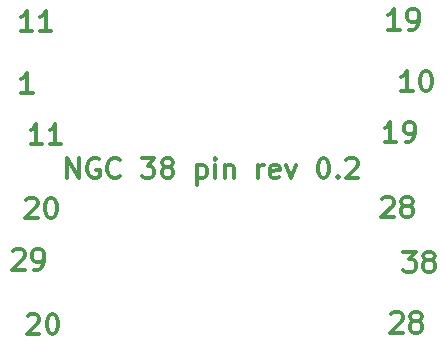
<source format=gto>
G04 (created by PCBNEW (2013-07-07 BZR 4022)-stable) date 30/05/2015 12:48:12*
%MOIN*%
G04 Gerber Fmt 3.4, Leading zero omitted, Abs format*
%FSLAX34Y34*%
G01*
G70*
G90*
G04 APERTURE LIST*
%ADD10C,0.00590551*%
%ADD11C,0.011811*%
G04 APERTURE END LIST*
G54D10*
G54D11*
X64415Y-60015D02*
X64446Y-59983D01*
X64510Y-59951D01*
X64670Y-59951D01*
X64733Y-59983D01*
X64765Y-60015D01*
X64797Y-60079D01*
X64797Y-60142D01*
X64765Y-60238D01*
X64383Y-60620D01*
X64797Y-60620D01*
X65179Y-60238D02*
X65116Y-60206D01*
X65084Y-60174D01*
X65052Y-60110D01*
X65052Y-60079D01*
X65084Y-60015D01*
X65116Y-59983D01*
X65179Y-59951D01*
X65307Y-59951D01*
X65371Y-59983D01*
X65403Y-60015D01*
X65434Y-60079D01*
X65434Y-60110D01*
X65403Y-60174D01*
X65371Y-60206D01*
X65307Y-60238D01*
X65179Y-60238D01*
X65116Y-60270D01*
X65084Y-60302D01*
X65052Y-60365D01*
X65052Y-60493D01*
X65084Y-60557D01*
X65116Y-60589D01*
X65179Y-60620D01*
X65307Y-60620D01*
X65371Y-60589D01*
X65403Y-60557D01*
X65434Y-60493D01*
X65434Y-60365D01*
X65403Y-60302D01*
X65371Y-60270D01*
X65307Y-60238D01*
X64715Y-63865D02*
X64746Y-63833D01*
X64810Y-63801D01*
X64970Y-63801D01*
X65033Y-63833D01*
X65065Y-63865D01*
X65097Y-63929D01*
X65097Y-63992D01*
X65065Y-64088D01*
X64683Y-64470D01*
X65097Y-64470D01*
X65479Y-64088D02*
X65416Y-64056D01*
X65384Y-64024D01*
X65352Y-63960D01*
X65352Y-63929D01*
X65384Y-63865D01*
X65416Y-63833D01*
X65479Y-63801D01*
X65607Y-63801D01*
X65671Y-63833D01*
X65703Y-63865D01*
X65734Y-63929D01*
X65734Y-63960D01*
X65703Y-64024D01*
X65671Y-64056D01*
X65607Y-64088D01*
X65479Y-64088D01*
X65416Y-64120D01*
X65384Y-64152D01*
X65352Y-64215D01*
X65352Y-64343D01*
X65384Y-64407D01*
X65416Y-64439D01*
X65479Y-64470D01*
X65607Y-64470D01*
X65671Y-64439D01*
X65703Y-64407D01*
X65734Y-64343D01*
X65734Y-64215D01*
X65703Y-64152D01*
X65671Y-64120D01*
X65607Y-64088D01*
X52590Y-63915D02*
X52621Y-63883D01*
X52685Y-63851D01*
X52845Y-63851D01*
X52908Y-63883D01*
X52940Y-63915D01*
X52972Y-63979D01*
X52972Y-64042D01*
X52940Y-64138D01*
X52558Y-64520D01*
X52972Y-64520D01*
X53386Y-63851D02*
X53450Y-63851D01*
X53514Y-63883D01*
X53546Y-63915D01*
X53578Y-63979D01*
X53609Y-64106D01*
X53609Y-64265D01*
X53578Y-64393D01*
X53546Y-64457D01*
X53514Y-64489D01*
X53450Y-64520D01*
X53386Y-64520D01*
X53323Y-64489D01*
X53291Y-64457D01*
X53259Y-64393D01*
X53227Y-64265D01*
X53227Y-64106D01*
X53259Y-63979D01*
X53291Y-63915D01*
X53323Y-63883D01*
X53386Y-63851D01*
X52540Y-60040D02*
X52571Y-60008D01*
X52635Y-59976D01*
X52795Y-59976D01*
X52858Y-60008D01*
X52890Y-60040D01*
X52922Y-60104D01*
X52922Y-60167D01*
X52890Y-60263D01*
X52508Y-60645D01*
X52922Y-60645D01*
X53336Y-59976D02*
X53400Y-59976D01*
X53464Y-60008D01*
X53496Y-60040D01*
X53528Y-60104D01*
X53559Y-60231D01*
X53559Y-60390D01*
X53528Y-60518D01*
X53496Y-60582D01*
X53464Y-60614D01*
X53400Y-60645D01*
X53336Y-60645D01*
X53273Y-60614D01*
X53241Y-60582D01*
X53209Y-60518D01*
X53177Y-60390D01*
X53177Y-60231D01*
X53209Y-60104D01*
X53241Y-60040D01*
X53273Y-60008D01*
X53336Y-59976D01*
X65108Y-61776D02*
X65522Y-61776D01*
X65299Y-62031D01*
X65395Y-62031D01*
X65458Y-62063D01*
X65490Y-62095D01*
X65522Y-62159D01*
X65522Y-62318D01*
X65490Y-62382D01*
X65458Y-62414D01*
X65395Y-62445D01*
X65203Y-62445D01*
X65140Y-62414D01*
X65108Y-62382D01*
X65904Y-62063D02*
X65841Y-62031D01*
X65809Y-61999D01*
X65777Y-61935D01*
X65777Y-61904D01*
X65809Y-61840D01*
X65841Y-61808D01*
X65904Y-61776D01*
X66032Y-61776D01*
X66096Y-61808D01*
X66128Y-61840D01*
X66159Y-61904D01*
X66159Y-61935D01*
X66128Y-61999D01*
X66096Y-62031D01*
X66032Y-62063D01*
X65904Y-62063D01*
X65841Y-62095D01*
X65809Y-62127D01*
X65777Y-62190D01*
X65777Y-62318D01*
X65809Y-62382D01*
X65841Y-62414D01*
X65904Y-62445D01*
X66032Y-62445D01*
X66096Y-62414D01*
X66128Y-62382D01*
X66159Y-62318D01*
X66159Y-62190D01*
X66128Y-62127D01*
X66096Y-62095D01*
X66032Y-62063D01*
X52115Y-61765D02*
X52146Y-61733D01*
X52210Y-61701D01*
X52370Y-61701D01*
X52433Y-61733D01*
X52465Y-61765D01*
X52497Y-61829D01*
X52497Y-61892D01*
X52465Y-61988D01*
X52083Y-62370D01*
X52497Y-62370D01*
X52816Y-62370D02*
X52943Y-62370D01*
X53007Y-62339D01*
X53039Y-62307D01*
X53103Y-62211D01*
X53134Y-62084D01*
X53134Y-61829D01*
X53103Y-61765D01*
X53071Y-61733D01*
X53007Y-61701D01*
X52879Y-61701D01*
X52816Y-61733D01*
X52784Y-61765D01*
X52752Y-61829D01*
X52752Y-61988D01*
X52784Y-62052D01*
X52816Y-62084D01*
X52879Y-62115D01*
X53007Y-62115D01*
X53071Y-62084D01*
X53103Y-62052D01*
X53134Y-61988D01*
X53072Y-58195D02*
X52690Y-58195D01*
X52881Y-58195D02*
X52881Y-57526D01*
X52817Y-57622D01*
X52753Y-57685D01*
X52690Y-57717D01*
X53709Y-58195D02*
X53327Y-58195D01*
X53518Y-58195D02*
X53518Y-57526D01*
X53454Y-57622D01*
X53391Y-57685D01*
X53327Y-57717D01*
X52747Y-54420D02*
X52365Y-54420D01*
X52556Y-54420D02*
X52556Y-53751D01*
X52492Y-53847D01*
X52428Y-53910D01*
X52365Y-53942D01*
X53384Y-54420D02*
X53002Y-54420D01*
X53193Y-54420D02*
X53193Y-53751D01*
X53129Y-53847D01*
X53066Y-53910D01*
X53002Y-53942D01*
X52766Y-56495D02*
X52383Y-56495D01*
X52575Y-56495D02*
X52575Y-55826D01*
X52511Y-55922D01*
X52447Y-55985D01*
X52383Y-56017D01*
X64997Y-54370D02*
X64615Y-54370D01*
X64806Y-54370D02*
X64806Y-53701D01*
X64742Y-53797D01*
X64678Y-53860D01*
X64615Y-53892D01*
X65316Y-54370D02*
X65443Y-54370D01*
X65507Y-54339D01*
X65539Y-54307D01*
X65603Y-54211D01*
X65634Y-54084D01*
X65634Y-53829D01*
X65603Y-53765D01*
X65571Y-53733D01*
X65507Y-53701D01*
X65379Y-53701D01*
X65316Y-53733D01*
X65284Y-53765D01*
X65252Y-53829D01*
X65252Y-53988D01*
X65284Y-54052D01*
X65316Y-54084D01*
X65379Y-54115D01*
X65507Y-54115D01*
X65571Y-54084D01*
X65603Y-54052D01*
X65634Y-53988D01*
X64872Y-58120D02*
X64490Y-58120D01*
X64681Y-58120D02*
X64681Y-57451D01*
X64617Y-57547D01*
X64553Y-57610D01*
X64490Y-57642D01*
X65191Y-58120D02*
X65318Y-58120D01*
X65382Y-58089D01*
X65414Y-58057D01*
X65478Y-57961D01*
X65509Y-57834D01*
X65509Y-57579D01*
X65478Y-57515D01*
X65446Y-57483D01*
X65382Y-57451D01*
X65254Y-57451D01*
X65191Y-57483D01*
X65159Y-57515D01*
X65127Y-57579D01*
X65127Y-57738D01*
X65159Y-57802D01*
X65191Y-57834D01*
X65254Y-57865D01*
X65382Y-57865D01*
X65446Y-57834D01*
X65478Y-57802D01*
X65509Y-57738D01*
X65422Y-56420D02*
X65040Y-56420D01*
X65231Y-56420D02*
X65231Y-55751D01*
X65167Y-55847D01*
X65103Y-55910D01*
X65040Y-55942D01*
X65836Y-55751D02*
X65900Y-55751D01*
X65964Y-55783D01*
X65996Y-55815D01*
X66028Y-55879D01*
X66059Y-56006D01*
X66059Y-56165D01*
X66028Y-56293D01*
X65996Y-56357D01*
X65964Y-56389D01*
X65900Y-56420D01*
X65836Y-56420D01*
X65773Y-56389D01*
X65741Y-56357D01*
X65709Y-56293D01*
X65677Y-56165D01*
X65677Y-56006D01*
X65709Y-55879D01*
X65741Y-55815D01*
X65773Y-55783D01*
X65836Y-55751D01*
X53911Y-59326D02*
X53911Y-58656D01*
X54294Y-59326D01*
X54294Y-58656D01*
X54963Y-58688D02*
X54899Y-58656D01*
X54804Y-58656D01*
X54708Y-58688D01*
X54644Y-58752D01*
X54612Y-58816D01*
X54580Y-58943D01*
X54580Y-59039D01*
X54612Y-59166D01*
X54644Y-59230D01*
X54708Y-59294D01*
X54804Y-59326D01*
X54867Y-59326D01*
X54963Y-59294D01*
X54995Y-59262D01*
X54995Y-59039D01*
X54867Y-59039D01*
X55664Y-59262D02*
X55632Y-59294D01*
X55537Y-59326D01*
X55473Y-59326D01*
X55377Y-59294D01*
X55314Y-59230D01*
X55282Y-59166D01*
X55250Y-59039D01*
X55250Y-58943D01*
X55282Y-58816D01*
X55314Y-58752D01*
X55377Y-58688D01*
X55473Y-58656D01*
X55537Y-58656D01*
X55632Y-58688D01*
X55664Y-58720D01*
X56397Y-58656D02*
X56811Y-58656D01*
X56588Y-58911D01*
X56684Y-58911D01*
X56748Y-58943D01*
X56780Y-58975D01*
X56811Y-59039D01*
X56811Y-59198D01*
X56780Y-59262D01*
X56748Y-59294D01*
X56684Y-59326D01*
X56493Y-59326D01*
X56429Y-59294D01*
X56397Y-59262D01*
X57194Y-58943D02*
X57130Y-58911D01*
X57098Y-58879D01*
X57066Y-58816D01*
X57066Y-58784D01*
X57098Y-58720D01*
X57130Y-58688D01*
X57194Y-58656D01*
X57321Y-58656D01*
X57385Y-58688D01*
X57417Y-58720D01*
X57449Y-58784D01*
X57449Y-58816D01*
X57417Y-58879D01*
X57385Y-58911D01*
X57321Y-58943D01*
X57194Y-58943D01*
X57130Y-58975D01*
X57098Y-59007D01*
X57066Y-59071D01*
X57066Y-59198D01*
X57098Y-59262D01*
X57130Y-59294D01*
X57194Y-59326D01*
X57321Y-59326D01*
X57385Y-59294D01*
X57417Y-59262D01*
X57449Y-59198D01*
X57449Y-59071D01*
X57417Y-59007D01*
X57385Y-58975D01*
X57321Y-58943D01*
X58246Y-58879D02*
X58246Y-59549D01*
X58246Y-58911D02*
X58309Y-58879D01*
X58437Y-58879D01*
X58501Y-58911D01*
X58532Y-58943D01*
X58564Y-59007D01*
X58564Y-59198D01*
X58532Y-59262D01*
X58501Y-59294D01*
X58437Y-59326D01*
X58309Y-59326D01*
X58246Y-59294D01*
X58851Y-59326D02*
X58851Y-58879D01*
X58851Y-58656D02*
X58819Y-58688D01*
X58851Y-58720D01*
X58883Y-58688D01*
X58851Y-58656D01*
X58851Y-58720D01*
X59170Y-58879D02*
X59170Y-59326D01*
X59170Y-58943D02*
X59202Y-58911D01*
X59266Y-58879D01*
X59361Y-58879D01*
X59425Y-58911D01*
X59457Y-58975D01*
X59457Y-59326D01*
X60285Y-59326D02*
X60285Y-58879D01*
X60285Y-59007D02*
X60317Y-58943D01*
X60349Y-58911D01*
X60413Y-58879D01*
X60477Y-58879D01*
X60955Y-59294D02*
X60891Y-59326D01*
X60763Y-59326D01*
X60700Y-59294D01*
X60668Y-59230D01*
X60668Y-58975D01*
X60700Y-58911D01*
X60763Y-58879D01*
X60891Y-58879D01*
X60955Y-58911D01*
X60987Y-58975D01*
X60987Y-59039D01*
X60668Y-59102D01*
X61210Y-58879D02*
X61369Y-59326D01*
X61528Y-58879D01*
X62421Y-58656D02*
X62485Y-58656D01*
X62548Y-58688D01*
X62580Y-58720D01*
X62612Y-58784D01*
X62644Y-58911D01*
X62644Y-59071D01*
X62612Y-59198D01*
X62580Y-59262D01*
X62548Y-59294D01*
X62485Y-59326D01*
X62421Y-59326D01*
X62357Y-59294D01*
X62325Y-59262D01*
X62293Y-59198D01*
X62261Y-59071D01*
X62261Y-58911D01*
X62293Y-58784D01*
X62325Y-58720D01*
X62357Y-58688D01*
X62421Y-58656D01*
X62931Y-59262D02*
X62963Y-59294D01*
X62931Y-59326D01*
X62899Y-59294D01*
X62931Y-59262D01*
X62931Y-59326D01*
X63218Y-58720D02*
X63249Y-58688D01*
X63313Y-58656D01*
X63473Y-58656D01*
X63536Y-58688D01*
X63568Y-58720D01*
X63600Y-58784D01*
X63600Y-58847D01*
X63568Y-58943D01*
X63186Y-59326D01*
X63600Y-59326D01*
M02*

</source>
